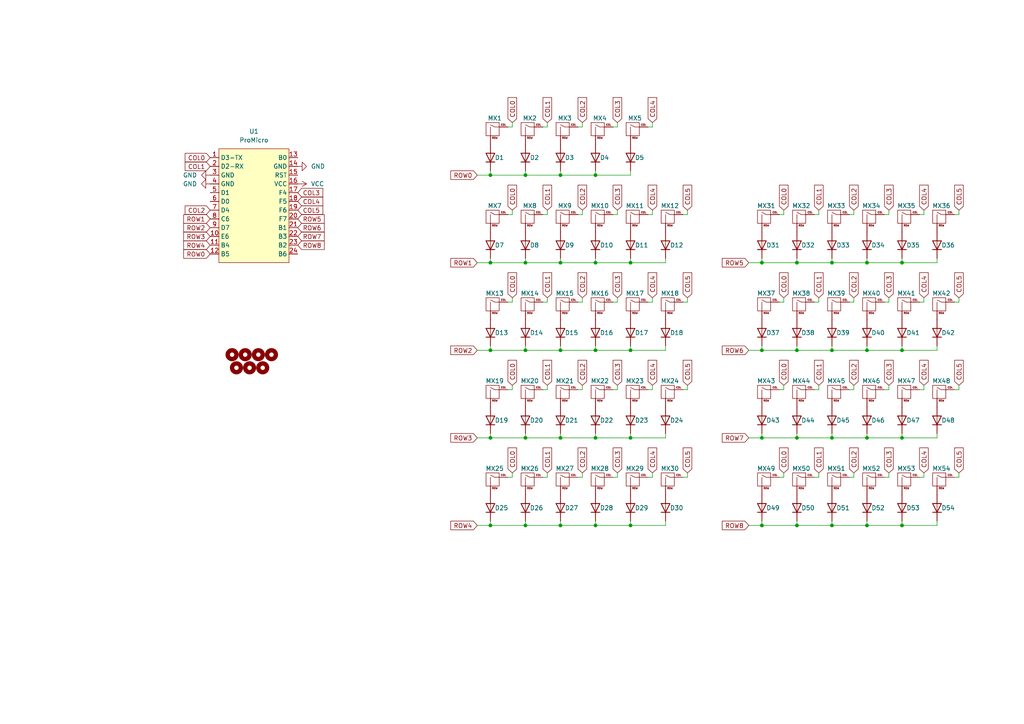
<source format=kicad_sch>
(kicad_sch (version 20230121) (generator eeschema)
  (paper "A4")
  (junction (at 220.98 127))
  (junction (at 162.56 76.2))
  (junction (at 241.3 127))
  (junction (at 182.88 101.6))
  (junction (at 172.72 101.6))
  (junction (at 251.46 101.6))
  (junction (at 231.14 127))
  (junction (at 152.4 101.6))
  (junction (at 220.98 76.2))
  (junction (at 142.24 50.8))
  (junction (at 261.62 152.4))
  (junction (at 162.56 50.8))
  (junction (at 241.3 152.4))
  (junction (at 152.4 76.2))
  (junction (at 142.24 152.4))
  (junction (at 231.14 152.4))
  (junction (at 172.72 76.2))
  (junction (at 251.46 76.2))
  (junction (at 182.88 76.2))
  (junction (at 162.56 101.6))
  (junction (at 231.14 76.2))
  (junction (at 261.62 127))
  (junction (at 261.62 101.6))
  (junction (at 241.3 101.6))
  (junction (at 231.14 101.6))
  (junction (at 152.4 127))
  (junction (at 172.72 50.8))
  (junction (at 220.98 152.4))
  (junction (at 142.24 127))
  (junction (at 251.46 127))
  (junction (at 142.24 76.2))
  (junction (at 162.56 152.4))
  (junction (at 220.98 101.6))
  (junction (at 152.4 50.8))
  (junction (at 172.72 127))
  (junction (at 182.88 152.4))
  (junction (at 251.46 152.4))
  (junction (at 261.62 76.2))
  (junction (at 172.72 152.4))
  (junction (at 162.56 127))
  (junction (at 142.24 101.6))
  (junction (at 241.3 76.2))
  (junction (at 152.4 152.4))
  (junction (at 182.88 127))
  (wire (pts (xy 148.59 86.36) (xy 148.59 87.63)))
  (wire (pts (xy 236.22 113.03) (xy 237.49 113.03)))
  (wire (pts (xy 231.14 101.6) (xy 241.3 101.6)))
  (wire (pts (xy 267.97 137.16) (xy 267.97 138.43)))
  (wire (pts (xy 271.78 152.4) (xy 271.78 151.13)))
  (wire (pts (xy 217.17 152.4) (xy 220.98 152.4)))
  (wire (pts (xy 158.75 60.96) (xy 158.75 62.23)))
  (wire (pts (xy 241.3 152.4) (xy 241.3 151.13)))
  (wire (pts (xy 257.81 86.36) (xy 257.81 87.63)))
  (wire (pts (xy 198.12 87.63) (xy 199.39 87.63)))
  (wire (pts (xy 198.12 138.43) (xy 199.39 138.43)))
  (wire (pts (xy 231.14 127) (xy 231.14 125.73)))
  (wire (pts (xy 182.88 50.8) (xy 182.88 49.53)))
  (wire (pts (xy 152.4 152.4) (xy 162.56 152.4)))
  (wire (pts (xy 193.04 127) (xy 193.04 125.73)))
  (wire (pts (xy 241.3 76.2) (xy 241.3 74.93)))
  (wire (pts (xy 182.88 76.2) (xy 193.04 76.2)))
  (wire (pts (xy 138.43 101.6) (xy 142.24 101.6)))
  (wire (pts (xy 189.23 86.36) (xy 189.23 87.63)))
  (wire (pts (xy 168.91 86.36) (xy 168.91 87.63)))
  (wire (pts (xy 220.98 152.4) (xy 220.98 151.13)))
  (wire (pts (xy 266.7 87.63) (xy 267.97 87.63)))
  (wire (pts (xy 247.65 60.96) (xy 247.65 62.23)))
  (wire (pts (xy 177.8 62.23) (xy 179.07 62.23)))
  (wire (pts (xy 177.8 138.43) (xy 179.07 138.43)))
  (wire (pts (xy 158.75 137.16) (xy 158.75 138.43)))
  (wire (pts (xy 187.96 138.43) (xy 189.23 138.43)))
  (wire (pts (xy 199.39 111.76) (xy 199.39 113.03)))
  (wire (pts (xy 231.14 152.4) (xy 231.14 151.13)))
  (wire (pts (xy 261.62 101.6) (xy 261.62 100.33)))
  (wire (pts (xy 167.64 113.03) (xy 168.91 113.03)))
  (wire (pts (xy 231.14 101.6) (xy 231.14 100.33)))
  (wire (pts (xy 152.4 76.2) (xy 162.56 76.2)))
  (wire (pts (xy 142.24 101.6) (xy 152.4 101.6)))
  (wire (pts (xy 217.17 101.6) (xy 220.98 101.6)))
  (wire (pts (xy 247.65 137.16) (xy 247.65 138.43)))
  (wire (pts (xy 148.59 60.96) (xy 148.59 62.23)))
  (wire (pts (xy 172.72 76.2) (xy 182.88 76.2)))
  (wire (pts (xy 177.8 113.03) (xy 179.07 113.03)))
  (wire (pts (xy 251.46 127) (xy 251.46 125.73)))
  (wire (pts (xy 246.38 87.63) (xy 247.65 87.63)))
  (wire (pts (xy 182.88 101.6) (xy 182.88 100.33)))
  (wire (pts (xy 157.48 36.83) (xy 158.75 36.83)))
  (wire (pts (xy 220.98 101.6) (xy 231.14 101.6)))
  (wire (pts (xy 226.06 113.03) (xy 227.33 113.03)))
  (wire (pts (xy 147.32 87.63) (xy 148.59 87.63)))
  (wire (pts (xy 187.96 113.03) (xy 189.23 113.03)))
  (wire (pts (xy 162.56 101.6) (xy 172.72 101.6)))
  (wire (pts (xy 158.75 35.56) (xy 158.75 36.83)))
  (wire (pts (xy 148.59 111.76) (xy 148.59 113.03)))
  (wire (pts (xy 267.97 60.96) (xy 267.97 62.23)))
  (wire (pts (xy 193.04 152.4) (xy 193.04 151.13)))
  (wire (pts (xy 152.4 101.6) (xy 152.4 100.33)))
  (wire (pts (xy 167.64 87.63) (xy 168.91 87.63)))
  (wire (pts (xy 162.56 76.2) (xy 162.56 74.93)))
  (wire (pts (xy 168.91 111.76) (xy 168.91 113.03)))
  (wire (pts (xy 189.23 111.76) (xy 189.23 113.03)))
  (wire (pts (xy 147.32 138.43) (xy 148.59 138.43)))
  (wire (pts (xy 276.86 87.63) (xy 278.13 87.63)))
  (wire (pts (xy 261.62 127) (xy 261.62 125.73)))
  (wire (pts (xy 182.88 76.2) (xy 182.88 74.93)))
  (wire (pts (xy 247.65 111.76) (xy 247.65 113.03)))
  (wire (pts (xy 142.24 127) (xy 152.4 127)))
  (wire (pts (xy 172.72 50.8) (xy 182.88 50.8)))
  (wire (pts (xy 167.64 62.23) (xy 168.91 62.23)))
  (wire (pts (xy 220.98 76.2) (xy 220.98 74.93)))
  (wire (pts (xy 226.06 138.43) (xy 227.33 138.43)))
  (wire (pts (xy 237.49 60.96) (xy 237.49 62.23)))
  (wire (pts (xy 162.56 152.4) (xy 162.56 151.13)))
  (wire (pts (xy 152.4 101.6) (xy 162.56 101.6)))
  (wire (pts (xy 226.06 87.63) (xy 227.33 87.63)))
  (wire (pts (xy 227.33 86.36) (xy 227.33 87.63)))
  (wire (pts (xy 187.96 36.83) (xy 189.23 36.83)))
  (wire (pts (xy 217.17 127) (xy 220.98 127)))
  (wire (pts (xy 227.33 60.96) (xy 227.33 62.23)))
  (wire (pts (xy 152.4 50.8) (xy 162.56 50.8)))
  (wire (pts (xy 220.98 127) (xy 220.98 125.73)))
  (wire (pts (xy 147.32 113.03) (xy 148.59 113.03)))
  (wire (pts (xy 177.8 87.63) (xy 179.07 87.63)))
  (wire (pts (xy 261.62 101.6) (xy 271.78 101.6)))
  (wire (pts (xy 247.65 86.36) (xy 247.65 87.63)))
  (wire (pts (xy 179.07 137.16) (xy 179.07 138.43)))
  (wire (pts (xy 138.43 50.8) (xy 142.24 50.8)))
  (wire (pts (xy 276.86 62.23) (xy 278.13 62.23)))
  (wire (pts (xy 158.75 86.36) (xy 158.75 87.63)))
  (wire (pts (xy 241.3 152.4) (xy 251.46 152.4)))
  (wire (pts (xy 162.56 152.4) (xy 172.72 152.4)))
  (wire (pts (xy 152.4 152.4) (xy 152.4 151.13)))
  (wire (pts (xy 271.78 101.6) (xy 271.78 100.33)))
  (wire (pts (xy 246.38 138.43) (xy 247.65 138.43)))
  (wire (pts (xy 227.33 137.16) (xy 227.33 138.43)))
  (wire (pts (xy 241.3 76.2) (xy 251.46 76.2)))
  (wire (pts (xy 271.78 127) (xy 271.78 125.73)))
  (wire (pts (xy 220.98 101.6) (xy 220.98 100.33)))
  (wire (pts (xy 162.56 127) (xy 172.72 127)))
  (wire (pts (xy 162.56 76.2) (xy 172.72 76.2)))
  (wire (pts (xy 142.24 50.8) (xy 142.24 49.53)))
  (wire (pts (xy 142.24 101.6) (xy 142.24 100.33)))
  (wire (pts (xy 231.14 76.2) (xy 241.3 76.2)))
  (wire (pts (xy 142.24 127) (xy 142.24 125.73)))
  (wire (pts (xy 236.22 62.23) (xy 237.49 62.23)))
  (wire (pts (xy 199.39 60.96) (xy 199.39 62.23)))
  (wire (pts (xy 246.38 62.23) (xy 247.65 62.23)))
  (wire (pts (xy 278.13 60.96) (xy 278.13 62.23)))
  (wire (pts (xy 261.62 152.4) (xy 261.62 151.13)))
  (wire (pts (xy 142.24 152.4) (xy 142.24 151.13)))
  (wire (pts (xy 256.54 87.63) (xy 257.81 87.63)))
  (wire (pts (xy 147.32 62.23) (xy 148.59 62.23)))
  (wire (pts (xy 172.72 50.8) (xy 172.72 49.53)))
  (wire (pts (xy 162.56 127) (xy 162.56 125.73)))
  (wire (pts (xy 241.3 127) (xy 241.3 125.73)))
  (wire (pts (xy 138.43 76.2) (xy 142.24 76.2)))
  (wire (pts (xy 162.56 101.6) (xy 162.56 100.33)))
  (wire (pts (xy 172.72 127) (xy 182.88 127)))
  (wire (pts (xy 257.81 60.96) (xy 257.81 62.23)))
  (wire (pts (xy 157.48 87.63) (xy 158.75 87.63)))
  (wire (pts (xy 158.75 111.76) (xy 158.75 113.03)))
  (wire (pts (xy 138.43 152.4) (xy 142.24 152.4)))
  (wire (pts (xy 266.7 62.23) (xy 267.97 62.23)))
  (wire (pts (xy 182.88 101.6) (xy 193.04 101.6)))
  (wire (pts (xy 251.46 76.2) (xy 251.46 74.93)))
  (wire (pts (xy 168.91 137.16) (xy 168.91 138.43)))
  (wire (pts (xy 278.13 86.36) (xy 278.13 87.63)))
  (wire (pts (xy 138.43 127) (xy 142.24 127)))
  (wire (pts (xy 251.46 76.2) (xy 261.62 76.2)))
  (wire (pts (xy 193.04 101.6) (xy 193.04 100.33)))
  (wire (pts (xy 266.7 138.43) (xy 267.97 138.43)))
  (wire (pts (xy 179.07 111.76) (xy 179.07 113.03)))
  (wire (pts (xy 172.72 152.4) (xy 172.72 151.13)))
  (wire (pts (xy 256.54 62.23) (xy 257.81 62.23)))
  (wire (pts (xy 266.7 113.03) (xy 267.97 113.03)))
  (wire (pts (xy 172.72 76.2) (xy 172.72 74.93)))
  (wire (pts (xy 193.04 76.2) (xy 193.04 74.93)))
  (wire (pts (xy 257.81 111.76) (xy 257.81 113.03)))
  (wire (pts (xy 142.24 152.4) (xy 152.4 152.4)))
  (wire (pts (xy 187.96 87.63) (xy 189.23 87.63)))
  (wire (pts (xy 142.24 76.2) (xy 142.24 74.93)))
  (wire (pts (xy 261.62 152.4) (xy 271.78 152.4)))
  (wire (pts (xy 199.39 86.36) (xy 199.39 87.63)))
  (wire (pts (xy 168.91 60.96) (xy 168.91 62.23)))
  (wire (pts (xy 172.72 127) (xy 172.72 125.73)))
  (wire (pts (xy 251.46 152.4) (xy 251.46 151.13)))
  (wire (pts (xy 257.81 137.16) (xy 257.81 138.43)))
  (wire (pts (xy 251.46 101.6) (xy 261.62 101.6)))
  (wire (pts (xy 237.49 111.76) (xy 237.49 113.03)))
  (wire (pts (xy 157.48 62.23) (xy 158.75 62.23)))
  (wire (pts (xy 142.24 76.2) (xy 152.4 76.2)))
  (wire (pts (xy 147.32 36.83) (xy 148.59 36.83)))
  (wire (pts (xy 157.48 138.43) (xy 158.75 138.43)))
  (wire (pts (xy 256.54 138.43) (xy 257.81 138.43)))
  (wire (pts (xy 276.86 113.03) (xy 278.13 113.03)))
  (wire (pts (xy 267.97 111.76) (xy 267.97 113.03)))
  (wire (pts (xy 179.07 86.36) (xy 179.07 87.63)))
  (wire (pts (xy 152.4 76.2) (xy 152.4 74.93)))
  (wire (pts (xy 198.12 62.23) (xy 199.39 62.23)))
  (wire (pts (xy 167.64 36.83) (xy 168.91 36.83)))
  (wire (pts (xy 278.13 111.76) (xy 278.13 113.03)))
  (wire (pts (xy 177.8 36.83) (xy 179.07 36.83)))
  (wire (pts (xy 198.12 113.03) (xy 199.39 113.03)))
  (wire (pts (xy 226.06 62.23) (xy 227.33 62.23)))
  (wire (pts (xy 227.33 111.76) (xy 227.33 113.03)))
  (wire (pts (xy 236.22 138.43) (xy 237.49 138.43)))
  (wire (pts (xy 182.88 152.4) (xy 193.04 152.4)))
  (wire (pts (xy 231.14 152.4) (xy 241.3 152.4)))
  (wire (pts (xy 220.98 76.2) (xy 231.14 76.2)))
  (wire (pts (xy 231.14 127) (xy 241.3 127)))
  (wire (pts (xy 237.49 86.36) (xy 237.49 87.63)))
  (wire (pts (xy 267.97 86.36) (xy 267.97 87.63)))
  (wire (pts (xy 220.98 152.4) (xy 231.14 152.4)))
  (wire (pts (xy 251.46 152.4) (xy 261.62 152.4)))
  (wire (pts (xy 152.4 127) (xy 162.56 127)))
  (wire (pts (xy 261.62 127) (xy 271.78 127)))
  (wire (pts (xy 220.98 127) (xy 231.14 127)))
  (wire (pts (xy 182.88 127) (xy 182.88 125.73)))
  (wire (pts (xy 189.23 137.16) (xy 189.23 138.43)))
  (wire (pts (xy 172.72 101.6) (xy 172.72 100.33)))
  (wire (pts (xy 152.4 127) (xy 152.4 125.73)))
  (wire (pts (xy 241.3 101.6) (xy 241.3 100.33)))
  (wire (pts (xy 148.59 35.56) (xy 148.59 36.83)))
  (wire (pts (xy 231.14 76.2) (xy 231.14 74.93)))
  (wire (pts (xy 179.07 35.56) (xy 179.07 36.83)))
  (wire (pts (xy 261.62 76.2) (xy 271.78 76.2)))
  (wire (pts (xy 162.56 50.8) (xy 162.56 49.53)))
  (wire (pts (xy 182.88 127) (xy 193.04 127)))
  (wire (pts (xy 142.24 50.8) (xy 152.4 50.8)))
  (wire (pts (xy 157.48 113.03) (xy 158.75 113.03)))
  (wire (pts (xy 261.62 76.2) (xy 261.62 74.93)))
  (wire (pts (xy 271.78 76.2) (xy 271.78 74.93)))
  (wire (pts (xy 172.72 152.4) (xy 182.88 152.4)))
  (wire (pts (xy 168.91 35.56) (xy 168.91 36.83)))
  (wire (pts (xy 278.13 137.16) (xy 278.13 138.43)))
  (wire (pts (xy 199.39 137.16) (xy 199.39 138.43)))
  (wire (pts (xy 236.22 87.63) (xy 237.49 87.63)))
  (wire (pts (xy 179.07 60.96) (xy 179.07 62.23)))
  (wire (pts (xy 241.3 127) (xy 251.46 127)))
  (wire (pts (xy 276.86 138.43) (xy 278.13 138.43)))
  (wire (pts (xy 237.49 137.16) (xy 237.49 138.43)))
  (wire (pts (xy 189.23 60.96) (xy 189.23 62.23)))
  (wire (pts (xy 187.96 62.23) (xy 189.23 62.23)))
  (wire (pts (xy 251.46 127) (xy 261.62 127)))
  (wire (pts (xy 167.64 138.43) (xy 168.91 138.43)))
  (wire (pts (xy 152.4 50.8) (xy 152.4 49.53)))
  (wire (pts (xy 246.38 113.03) (xy 247.65 113.03)))
  (wire (pts (xy 162.56 50.8) (xy 172.72 50.8)))
  (wire (pts (xy 148.59 137.16) (xy 148.59 138.43)))
  (wire (pts (xy 189.23 35.56) (xy 189.23 36.83)))
  (wire (pts (xy 241.3 101.6) (xy 251.46 101.6)))
  (wire (pts (xy 251.46 101.6) (xy 251.46 100.33)))
  (wire (pts (xy 172.72 101.6) (xy 182.88 101.6)))
  (wire (pts (xy 217.17 76.2) (xy 220.98 76.2)))
  (wire (pts (xy 182.88 152.4) (xy 182.88 151.13)))
  (wire (pts (xy 256.54 113.03) (xy 257.81 113.03)))
  (global_label "COL4" (shape input) (at 267.97 137.16 90) (property "Intersheetrefs" "${INTERSHEET_REFS}" (effects hide)))
  (global_label "ROW5" (shape input) (at 86.36 63.5 0) (property "Intersheetrefs" "${INTERSHEET_REFS}" (effects hide)))
  (global_label "COL0" (shape input) (at 227.33 86.36 90) (property "Intersheetrefs" "${INTERSHEET_REFS}" (effects hide)))
  (global_label "COL3" (shape input) (at 179.07 86.36 90) (property "Intersheetrefs" "${INTERSHEET_REFS}" (effects hide)))
  (global_label "COL5" (shape input) (at 199.39 137.16 90) (property "Intersheetrefs" "${INTERSHEET_REFS}" (effects hide)))
  (global_label "COL0" (shape input) (at 227.33 60.96 90) (property "Intersheetrefs" "${INTERSHEET_REFS}" (effects hide)))
  (global_label "ROW2" (shape input) (at 138.43 101.6 180) (property "Intersheetrefs" "${INTERSHEET_REFS}" (effects hide)))
  (global_label "COL3" (shape input) (at 86.36 55.88 0) (property "Intersheetrefs" "${INTERSHEET_REFS}" (effects hide)))
  (global_label "ROW3" (shape input) (at 138.43 127 180) (property "Intersheetrefs" "${INTERSHEET_REFS}" (effects hide)))
  (global_label "ROW1" (shape input) (at 138.43 76.2 180) (property "Intersheetrefs" "${INTERSHEET_REFS}" (effects hide)))
  (global_label "COL5" (shape input) (at 278.13 60.96 90) (property "Intersheetrefs" "${INTERSHEET_REFS}" (effects hide)))
  (global_label "ROW7" (shape input) (at 86.36 68.58 0) (property "Intersheetrefs" "${INTERSHEET_REFS}" (effects hide)))
  (global_label "COL5" (shape input) (at 278.13 137.16 90) (property "Intersheetrefs" "${INTERSHEET_REFS}" (effects hide)))
  (global_label "COL5" (shape input) (at 199.39 60.96 90) (property "Intersheetrefs" "${INTERSHEET_REFS}" (effects hide)))
  (global_label "ROW3" (shape input) (at 60.96 68.58 180) (property "Intersheetrefs" "${INTERSHEET_REFS}" (effects hide)))
  (global_label "COL0" (shape input) (at 148.59 111.76 90) (property "Intersheetrefs" "${INTERSHEET_REFS}" (effects hide)))
  (global_label "COL1" (shape input) (at 237.49 111.76 90) (property "Intersheetrefs" "${INTERSHEET_REFS}" (effects hide)))
  (global_label "COL3" (shape input) (at 257.81 111.76 90) (property "Intersheetrefs" "${INTERSHEET_REFS}" (effects hide)))
  (global_label "COL1" (shape input) (at 158.75 137.16 90) (property "Intersheetrefs" "${INTERSHEET_REFS}" (effects hide)))
  (global_label "COL4" (shape input) (at 189.23 137.16 90) (property "Intersheetrefs" "${INTERSHEET_REFS}" (effects hide)))
  (global_label "COL2" (shape input) (at 168.91 137.16 90) (property "Intersheetrefs" "${INTERSHEET_REFS}" (effects hide)))
  (global_label "COL2" (shape input) (at 168.91 35.56 90) (property "Intersheetrefs" "${INTERSHEET_REFS}" (effects hide)))
  (global_label "COL4" (shape input) (at 86.36 58.42 0) (property "Intersheetrefs" "${INTERSHEET_REFS}" (effects hide)))
  (global_label "COL2" (shape input) (at 168.91 111.76 90) (property "Intersheetrefs" "${INTERSHEET_REFS}" (effects hide)))
  (global_label "COL2" (shape input) (at 168.91 86.36 90) (property "Intersheetrefs" "${INTERSHEET_REFS}" (effects hide)))
  (global_label "COL4" (shape input) (at 189.23 60.96 90) (property "Intersheetrefs" "${INTERSHEET_REFS}" (effects hide)))
  (global_label "COL1" (shape input) (at 237.49 86.36 90) (property "Intersheetrefs" "${INTERSHEET_REFS}" (effects hide)))
  (global_label "COL0" (shape input) (at 227.33 111.76 90) (property "Intersheetrefs" "${INTERSHEET_REFS}" (effects hide)))
  (global_label "COL0" (shape input) (at 227.33 137.16 90) (property "Intersheetrefs" "${INTERSHEET_REFS}" (effects hide)))
  (global_label "COL4" (shape input) (at 189.23 35.56 90) (property "Intersheetrefs" "${INTERSHEET_REFS}" (effects hide)))
  (global_label "ROW4" (shape input) (at 138.43 152.4 180) (property "Intersheetrefs" "${INTERSHEET_REFS}" (effects hide)))
  (global_label "COL0" (shape input) (at 148.59 137.16 90) (property "Intersheetrefs" "${INTERSHEET_REFS}" (effects hide)))
  (global_label "COL5" (shape input) (at 199.39 111.76 90) (property "Intersheetrefs" "${INTERSHEET_REFS}" (effects hide)))
  (global_label "ROW2" (shape input) (at 60.96 66.04 180) (property "Intersheetrefs" "${INTERSHEET_REFS}" (effects hide)))
  (global_label "COL1" (shape input) (at 237.49 60.96 90) (property "Intersheetrefs" "${INTERSHEET_REFS}" (effects hide)))
  (global_label "COL2" (shape input) (at 60.96 60.96 180) (property "Intersheetrefs" "${INTERSHEET_REFS}" (effects hide)))
  (global_label "ROW8" (shape input) (at 217.17 152.4 180) (property "Intersheetrefs" "${INTERSHEET_REFS}" (effects hide)))
  (global_label "COL3" (shape input) (at 257.81 60.96 90) (property "Intersheetrefs" "${INTERSHEET_REFS}" (effects hide)))
  (global_label "COL4" (shape input) (at 189.23 86.36 90) (property "Intersheetrefs" "${INTERSHEET_REFS}" (effects hide)))
  (global_label "COL1" (shape input) (at 158.75 60.96 90) (property "Intersheetrefs" "${INTERSHEET_REFS}" (effects hide)))
  (global_label "COL5" (shape input) (at 278.13 86.36 90) (property "Intersheetrefs" "${INTERSHEET_REFS}" (effects hide)))
  (global_label "COL1" (shape input) (at 158.75 111.76 90) (property "Intersheetrefs" "${INTERSHEET_REFS}" (effects hide)))
  (global_label "COL3" (shape input) (at 257.81 86.36 90) (property "Intersheetrefs" "${INTERSHEET_REFS}" (effects hide)))
  (global_label "COL0" (shape input) (at 148.59 86.36 90) (property "Intersheetrefs" "${INTERSHEET_REFS}" (effects hide)))
  (global_label "COL3" (shape input) (at 179.07 111.76 90) (property "Intersheetrefs" "${INTERSHEET_REFS}" (effects hide)))
  (global_label "ROW6" (shape input) (at 86.36 66.04 0) (property "Intersheetrefs" "${INTERSHEET_REFS}" (effects hide)))
  (global_label "COL2" (shape input) (at 168.91 60.96 90) (property "Intersheetrefs" "${INTERSHEET_REFS}" (effects hide)))
  (global_label "COL0" (shape input) (at 60.96 45.72 180) (property "Intersheetrefs" "${INTERSHEET_REFS}" (effects hide)))
  (global_label "ROW6" (shape input) (at 217.17 101.6 180) (property "Intersheetrefs" "${INTERSHEET_REFS}" (effects hide)))
  (global_label "COL0" (shape input) (at 148.59 35.56 90) (property "Intersheetrefs" "${INTERSHEET_REFS}" (effects hide)))
  (global_label "COL1" (shape input) (at 158.75 86.36 90) (property "Intersheetrefs" "${INTERSHEET_REFS}" (effects hide)))
  (global_label "COL1" (shape input) (at 237.49 137.16 90) (property "Intersheetrefs" "${INTERSHEET_REFS}" (effects hide)))
  (global_label "COL2" (shape input) (at 247.65 111.76 90) (property "Intersheetrefs" "${INTERSHEET_REFS}" (effects hide)))
  (global_label "COL1" (shape input) (at 60.96 48.26 180) (property "Intersheetrefs" "${INTERSHEET_REFS}" (effects hide)))
  (global_label "ROW1" (shape input) (at 60.96 63.5 180) (property "Intersheetrefs" "${INTERSHEET_REFS}" (effects hide)))
  (global_label "COL2" (shape input) (at 247.65 137.16 90) (property "Intersheetrefs" "${INTERSHEET_REFS}" (effects hide)))
  (global_label "COL3" (shape input) (at 179.07 137.16 90) (property "Intersheetrefs" "${INTERSHEET_REFS}" (effects hide)))
  (global_label "COL4" (shape input) (at 189.23 111.76 90) (property "Intersheetrefs" "${INTERSHEET_REFS}" (effects hide)))
  (global_label "ROW0" (shape input) (at 60.96 73.66 180) (property "Intersheetrefs" "${INTERSHEET_REFS}" (effects hide)))
  (global_label "COL2" (shape input) (at 247.65 60.96 90) (property "Intersheetrefs" "${INTERSHEET_REFS}" (effects hide)))
  (global_label "COL5" (shape input) (at 278.13 111.76 90) (property "Intersheetrefs" "${INTERSHEET_REFS}" (effects hide)))
  (global_label "ROW0" (shape input) (at 138.43 50.8 180) (property "Intersheetrefs" "${INTERSHEET_REFS}" (effects hide)))
  (global_label "ROW4" (shape input) (at 60.96 71.12 180) (property "Intersheetrefs" "${INTERSHEET_REFS}" (effects hide)))
  (global_label "COL2" (shape input) (at 247.65 86.36 90) (property "Intersheetrefs" "${INTERSHEET_REFS}" (effects hide)))
  (global_label "COL3" (shape input) (at 179.07 35.56 90) (property "Intersheetrefs" "${INTERSHEET_REFS}" (effects hide)))
  (global_label "ROW5" (shape input) (at 217.17 76.2 180) (property "Intersheetrefs" "${INTERSHEET_REFS}" (effects hide)))
  (global_label "COL1" (shape input) (at 158.75 35.56 90) (property "Intersheetrefs" "${INTERSHEET_REFS}" (effects hide)))
  (global_label "COL3" (shape input) (at 257.81 137.16 90) (property "Intersheetrefs" "${INTERSHEET_REFS}" (effects hide)))
  (global_label "ROW7" (shape input) (at 217.17 127 180) (property "Intersheetrefs" "${INTERSHEET_REFS}" (effects hide)))
  (global_label "ROW8" (shape input) (at 86.36 71.12 0) (property "Intersheetrefs" "${INTERSHEET_REFS}" (effects hide)))
  (global_label "COL4" (shape input) (at 267.97 111.76 90) (property "Intersheetrefs" "${INTERSHEET_REFS}" (effects hide)))
  (global_label "COL5" (shape input) (at 199.39 86.36 90) (property "Intersheetrefs" "${INTERSHEET_REFS}" (effects hide)))
  (global_label "COL4" (shape input) (at 267.97 86.36 90) (property "Intersheetrefs" "${INTERSHEET_REFS}" (effects hide)))
  (global_label "COL0" (shape input) (at 148.59 60.96 90) (property "Intersheetrefs" "${INTERSHEET_REFS}" (effects hide)))
  (global_label "COL3" (shape input) (at 179.07 60.96 90) (property "Intersheetrefs" "${INTERSHEET_REFS}" (effects hide)))
  (global_label "COL4" (shape input) (at 267.97 60.96 90) (property "Intersheetrefs" "${INTERSHEET_REFS}" (effects hide)))
  (global_label "COL5" (shape input) (at 86.36 60.96 0) (property "Intersheetrefs" "${INTERSHEET_REFS}" (effects hide)))
  (symbol (lib_id "Diode:1N4148") (at 271.78 121.92 90) (unit 1)
    (property "Reference" "D48" (at 273.05 121.92 90) (effects (justify right)))
    (property "Value" "1N4148" (effects hide))
    (property "Footprint" "Diode_THT:D_DO-35_SOD27_P7.62mm_Horizontal" (effects hide))
    (property "Datasheet" "https://assets.nexperia.com/documents/data-sheet/1N4148_1N4448.pdf" (effects hide))
    (property "Sim.Device" "D" (effects hide))
    (property "Sim.Pins" "1=K 2=A" (effects hide))
  )
  (symbol (lib_id "PCM_0xcb:MX") (at 252.73 138.43 0) (unit 1)
    (property "Reference" "MX52" (at 252.73 135.89 0))
    (property "Value" "MX" (effects hide))
    (property "Footprint" "_mx:MX-Alps-Hybrid-1U" (effects hide))
  )
  (symbol (lib_id "Diode:1N4148") (at 142.24 96.52 90) (unit 1)
    (property "Reference" "D13" (at 143.51 96.52 90) (effects (justify right)))
    (property "Value" "1N4148" (effects hide))
    (property "Footprint" "Diode_THT:D_DO-35_SOD27_P7.62mm_Horizontal" (effects hide))
    (property "Datasheet" "https://assets.nexperia.com/documents/data-sheet/1N4148_1N4448.pdf" (effects hide))
    (property "Sim.Device" "D" (effects hide))
    (property "Sim.Pins" "1=K 2=A" (effects hide))
  )
  (symbol (lib_id "PCM_0xcb:MX") (at 163.83 36.83 0) (unit 1)
    (property "Reference" "MX3" (at 163.83 34.29 0))
    (property "Value" "MX" (effects hide))
    (property "Footprint" "_mx:MX-Alps-Hybrid-1U" (effects hide))
  )
  (symbol (lib_id "Diode:1N4148") (at 220.98 71.12 90) (unit 1)
    (property "Reference" "D31" (at 222.25 71.12 90) (effects (justify right)))
    (property "Value" "1N4148" (effects hide))
    (property "Footprint" "Diode_THT:D_DO-35_SOD27_P7.62mm_Horizontal" (effects hide))
    (property "Datasheet" "https://assets.nexperia.com/documents/data-sheet/1N4148_1N4448.pdf" (effects hide))
    (property "Sim.Device" "D" (effects hide))
    (property "Sim.Pins" "1=K 2=A" (effects hide))
  )
  (symbol (lib_id "PCM_0xcb:MX") (at 232.41 87.63 0) (unit 1)
    (property "Reference" "MX38" (at 232.41 85.09 0))
    (property "Value" "MX" (effects hide))
    (property "Footprint" "_mx:MX-Alps-Hybrid-1U" (effects hide))
  )
  (symbol (lib_id "Diode:1N4148") (at 193.04 121.92 90) (unit 1)
    (property "Reference" "D24" (at 194.31 121.92 90) (effects (justify right)))
    (property "Value" "1N4148" (effects hide))
    (property "Footprint" "Diode_THT:D_DO-35_SOD27_P7.62mm_Horizontal" (effects hide))
    (property "Datasheet" "https://assets.nexperia.com/documents/data-sheet/1N4148_1N4448.pdf" (effects hide))
    (property "Sim.Device" "D" (effects hide))
    (property "Sim.Pins" "1=K 2=A" (effects hide))
  )
  (symbol (lib_id "PCM_0xcb:MX") (at 173.99 36.83 0) (unit 1)
    (property "Reference" "MX4" (at 173.99 34.29 0))
    (property "Value" "MX" (effects hide))
    (property "Footprint" "_mx:MX-Alps-Hybrid-1U" (effects hide))
  )
  (symbol (lib_id "power:GND") (at 60.96 50.8 270) (unit 1)
    (property "Reference" "#PWR01" (effects hide))
    (property "Value" "GND" (at 57.15 50.8 90) (effects (justify right)))
  )
  (symbol (lib_id "Diode:1N4148") (at 172.72 121.92 90) (unit 1)
    (property "Reference" "D22" (at 173.99 121.92 90) (effects (justify right)))
    (property "Value" "1N4148" (effects hide))
    (property "Footprint" "Diode_THT:D_DO-35_SOD27_P7.62mm_Horizontal" (effects hide))
    (property "Datasheet" "https://assets.nexperia.com/documents/data-sheet/1N4148_1N4448.pdf" (effects hide))
    (property "Sim.Device" "D" (effects hide))
    (property "Sim.Pins" "1=K 2=A" (effects hide))
  )
  (symbol (lib_id "Diode:1N4148") (at 261.62 71.12 90) (unit 1)
    (property "Reference" "D35" (at 262.89 71.12 90) (effects (justify right)))
    (property "Value" "1N4148" (effects hide))
    (property "Footprint" "Diode_THT:D_DO-35_SOD27_P7.62mm_Horizontal" (effects hide))
    (property "Datasheet" "https://assets.nexperia.com/documents/data-sheet/1N4148_1N4448.pdf" (effects hide))
    (property "Sim.Device" "D" (effects hide))
    (property "Sim.Pins" "1=K 2=A" (effects hide))
  )
  (symbol (lib_id "Mechanical:MountingHole") (at 76.2 106.68 0) (unit 1)
    (property "Reference" "H7" (effects hide))
    (property "Value" "MountingHole" (effects hide))
    (property "Footprint" "MountingHole:MountingHole_2.2mm_M2" (effects hide))
  )
  (symbol (lib_id "PCM_0xcb:MX") (at 262.89 138.43 0) (unit 1)
    (property "Reference" "MX53" (at 262.89 135.89 0))
    (property "Value" "MX" (effects hide))
    (property "Footprint" "_mx:MX-Alps-Hybrid-1U" (effects hide))
  )
  (symbol (lib_id "Mechanical:MountingHole") (at 67.31 102.87 0) (unit 1)
    (property "Reference" "H1" (effects hide))
    (property "Value" "MountingHole" (effects hide))
    (property "Footprint" "MountingHole:MountingHole_2.2mm_M2" (effects hide))
  )
  (symbol (lib_id "Diode:1N4148") (at 152.4 96.52 90) (unit 1)
    (property "Reference" "D14" (at 153.67 96.52 90) (effects (justify right)))
    (property "Value" "1N4148" (effects hide))
    (property "Footprint" "Diode_THT:D_DO-35_SOD27_P7.62mm_Horizontal" (effects hide))
    (property "Datasheet" "https://assets.nexperia.com/documents/data-sheet/1N4148_1N4448.pdf" (effects hide))
    (property "Sim.Device" "D" (effects hide))
    (property "Sim.Pins" "1=K 2=A" (effects hide))
  )
  (symbol (lib_id "PCM_0xcb:MX") (at 242.57 138.43 0) (unit 1)
    (property "Reference" "MX51" (at 242.57 135.89 0))
    (property "Value" "MX" (effects hide))
    (property "Footprint" "_mx:MX-Alps-Hybrid-1U" (effects hide))
  )
  (symbol (lib_id "PCM_0xcb:MX") (at 143.51 62.23 0) (unit 1)
    (property "Reference" "MX7" (at 143.51 59.69 0))
    (property "Value" "MX" (effects hide))
    (property "Footprint" "_mx:MX-Alps-Hybrid-1U" (effects hide))
  )
  (symbol (lib_id "PCM_0xcb:MX") (at 163.83 113.03 0) (unit 1)
    (property "Reference" "MX21" (at 163.83 110.49 0))
    (property "Value" "MX" (effects hide))
    (property "Footprint" "_mx:MX-Alps-Hybrid-1U" (effects hide))
  )
  (symbol (lib_id "Mechanical:MountingHole") (at 74.93 102.87 0) (unit 1)
    (property "Reference" "H3" (effects hide))
    (property "Value" "MountingHole" (effects hide))
    (property "Footprint" "MountingHole:MountingHole_2.2mm_M2" (effects hide))
  )
  (symbol (lib_id "Diode:1N4148") (at 172.72 45.72 90) (unit 1)
    (property "Reference" "D4" (at 173.99 45.72 90) (effects (justify right)))
    (property "Value" "1N4148" (effects hide))
    (property "Footprint" "Diode_THT:D_DO-35_SOD27_P7.62mm_Horizontal" (effects hide))
    (property "Datasheet" "https://assets.nexperia.com/documents/data-sheet/1N4148_1N4448.pdf" (effects hide))
    (property "Sim.Device" "D" (effects hide))
    (property "Sim.Pins" "1=K 2=A" (effects hide))
  )
  (symbol (lib_id "Diode:1N4148") (at 193.04 96.52 90) (unit 1)
    (property "Reference" "D18" (at 194.31 96.52 90) (effects (justify right)))
    (property "Value" "1N4148" (effects hide))
    (property "Footprint" "Diode_THT:D_DO-35_SOD27_P7.62mm_Horizontal" (effects hide))
    (property "Datasheet" "https://assets.nexperia.com/documents/data-sheet/1N4148_1N4448.pdf" (effects hide))
    (property "Sim.Device" "D" (effects hide))
    (property "Sim.Pins" "1=K 2=A" (effects hide))
  )
  (symbol (lib_id "Diode:1N4148") (at 261.62 147.32 90) (unit 1)
    (property "Reference" "D53" (at 262.89 147.32 90) (effects (justify right)))
    (property "Value" "1N4148" (effects hide))
    (property "Footprint" "Diode_THT:D_DO-35_SOD27_P7.62mm_Horizontal" (effects hide))
    (property "Datasheet" "https://assets.nexperia.com/documents/data-sheet/1N4148_1N4448.pdf" (effects hide))
    (property "Sim.Device" "D" (effects hide))
    (property "Sim.Pins" "1=K 2=A" (effects hide))
  )
  (symbol (lib_id "PCM_0xcb:MX") (at 184.15 87.63 0) (unit 1)
    (property "Reference" "MX17" (at 184.15 85.09 0))
    (property "Value" "MX" (effects hide))
    (property "Footprint" "_mx:MX-Alps-Hybrid-1U" (effects hide))
  )
  (symbol (lib_id "Mechanical:MountingHole") (at 78.74 102.87 0) (unit 1)
    (property "Reference" "H4" (effects hide))
    (property "Value" "MountingHole" (effects hide))
    (property "Footprint" "MountingHole:MountingHole_2.2mm_M2" (effects hide))
  )
  (symbol (lib_id "PCM_0xcb:MX") (at 262.89 62.23 0) (unit 1)
    (property "Reference" "MX35" (at 262.89 59.69 0))
    (property "Value" "MX" (effects hide))
    (property "Footprint" "_mx:MX-Alps-Hybrid-1U" (effects hide))
  )
  (symbol (lib_id "Diode:1N4148") (at 182.88 45.72 90) (unit 1)
    (property "Reference" "D5" (at 184.15 45.72 90) (effects (justify right)))
    (property "Value" "1N4148" (effects hide))
    (property "Footprint" "Diode_THT:D_DO-35_SOD27_P7.62mm_Horizontal" (effects hide))
    (property "Datasheet" "https://assets.nexperia.com/documents/data-sheet/1N4148_1N4448.pdf" (effects hide))
    (property "Sim.Device" "D" (effects hide))
    (property "Sim.Pins" "1=K 2=A" (effects hide))
  )
  (symbol (lib_id "PCM_0xcb:MX") (at 163.83 62.23 0) (unit 1)
    (property "Reference" "MX9" (at 163.83 59.69 0))
    (property "Value" "MX" (effects hide))
    (property "Footprint" "_mx:MX-Alps-Hybrid-1U" (effects hide))
  )
  (symbol (lib_id "PCM_0xcb:MX") (at 232.41 62.23 0) (unit 1)
    (property "Reference" "MX32" (at 232.41 59.69 0))
    (property "Value" "MX" (effects hide))
    (property "Footprint" "_mx:MX-Alps-Hybrid-1U" (effects hide))
  )
  (symbol (lib_id "Diode:1N4148") (at 231.14 71.12 90) (unit 1)
    (property "Reference" "D32" (at 232.41 71.12 90) (effects (justify right)))
    (property "Value" "1N4148" (effects hide))
    (property "Footprint" "Diode_THT:D_DO-35_SOD27_P7.62mm_Horizontal" (effects hide))
    (property "Datasheet" "https://assets.nexperia.com/documents/data-sheet/1N4148_1N4448.pdf" (effects hide))
    (property "Sim.Device" "D" (effects hide))
    (property "Sim.Pins" "1=K 2=A" (effects hide))
  )
  (symbol (lib_id "PCM_0xcb:MX") (at 143.51 138.43 0) (unit 1)
    (property "Reference" "MX25" (at 143.51 135.89 0))
    (property "Value" "MX" (effects hide))
    (property "Footprint" "_mx:MX-Alps-Hybrid-1U" (effects hide))
  )
  (symbol (lib_id "PCM_0xcb:MX") (at 173.99 87.63 0) (unit 1)
    (property "Reference" "MX16" (at 173.99 85.09 0))
    (property "Value" "MX" (effects hide))
    (property "Footprint" "_mx:MX-Alps-Hybrid-1U" (effects hide))
  )
  (symbol (lib_id "Diode:1N4148") (at 251.46 147.32 90) (unit 1)
    (property "Reference" "D52" (at 252.73 147.32 90) (effects (justify right)))
    (property "Value" "1N4148" (effects hide))
    (property "Footprint" "Diode_THT:D_DO-35_SOD27_P7.62mm_Horizontal" (effects hide))
    (property "Datasheet" "https://assets.nexperia.com/documents/data-sheet/1N4148_1N4448.pdf" (effects hide))
    (property "Sim.Device" "D" (effects hide))
    (property "Sim.Pins" "1=K 2=A" (effects hide))
  )
  (symbol (lib_id "Diode:1N4148") (at 271.78 147.32 90) (unit 1)
    (property "Reference" "D54" (at 273.05 147.32 90) (effects (justify right)))
    (property "Value" "1N4148" (effects hide))
    (property "Footprint" "Diode_THT:D_DO-35_SOD27_P7.62mm_Horizontal" (effects hide))
    (property "Datasheet" "https://assets.nexperia.com/documents/data-sheet/1N4148_1N4448.pdf" (effects hide))
    (property "Sim.Device" "D" (effects hide))
    (property "Sim.Pins" "1=K 2=A" (effects hide))
  )
  (symbol (lib_id "PCM_0xcb:MX") (at 153.67 36.83 0) (unit 1)
    (property "Reference" "MX2" (at 153.67 34.29 0))
    (property "Value" "MX" (effects hide))
    (property "Footprint" "_mx:MX-Alps-Hybrid-1U" (effects hide))
  )
  (symbol (lib_id "Diode:1N4148") (at 220.98 96.52 90) (unit 1)
    (property "Reference" "D37" (at 222.25 96.52 90) (effects (justify right)))
    (property "Value" "1N4148" (effects hide))
    (property "Footprint" "Diode_THT:D_DO-35_SOD27_P7.62mm_Horizontal" (effects hide))
    (property "Datasheet" "https://assets.nexperia.com/documents/data-sheet/1N4148_1N4448.pdf" (effects hide))
    (property "Sim.Device" "D" (effects hide))
    (property "Sim.Pins" "1=K 2=A" (effects hide))
  )
  (symbol (lib_id "PCM_0xcb:MX") (at 143.51 87.63 0) (unit 1)
    (property "Reference" "MX13" (at 143.51 85.09 0))
    (property "Value" "MX" (effects hide))
    (property "Footprint" "_mx:MX-Alps-Hybrid-1U" (effects hide))
  )
  (symbol (lib_id "Diode:1N4148") (at 152.4 45.72 90) (unit 1)
    (property "Reference" "D2" (at 153.67 45.72 90) (effects (justify right)))
    (property "Value" "1N4148" (effects hide))
    (property "Footprint" "Diode_THT:D_DO-35_SOD27_P7.62mm_Horizontal" (effects hide))
    (property "Datasheet" "https://assets.nexperia.com/documents/data-sheet/1N4148_1N4448.pdf" (effects hide))
    (property "Sim.Device" "D" (effects hide))
    (property "Sim.Pins" "1=K 2=A" (effects hide))
  )
  (symbol (lib_id "PCM_0xcb:MX") (at 194.31 113.03 0) (unit 1)
    (property "Reference" "MX24" (at 194.31 110.49 0))
    (property "Value" "MX" (effects hide))
    (property "Footprint" "_mx:MX-Alps-Hybrid-1U" (effects hide))
  )
  (symbol (lib_id "PCM_0xcb:MX") (at 194.31 87.63 0) (unit 1)
    (property "Reference" "MX18" (at 194.31 85.09 0))
    (property "Value" "MX" (effects hide))
    (property "Footprint" "_mx:MX-Alps-Hybrid-1U" (effects hide))
  )
  (symbol (lib_id "Diode:1N4148") (at 172.72 96.52 90) (unit 1)
    (property "Reference" "D16" (at 173.99 96.52 90) (effects (justify right)))
    (property "Value" "1N4148" (effects hide))
    (property "Footprint" "Diode_THT:D_DO-35_SOD27_P7.62mm_Horizontal" (effects hide))
    (property "Datasheet" "https://assets.nexperia.com/documents/data-sheet/1N4148_1N4448.pdf" (effects hide))
    (property "Sim.Device" "D" (effects hide))
    (property "Sim.Pins" "1=K 2=A" (effects hide))
  )
  (symbol (lib_id "PCM_0xcb:MX") (at 143.51 113.03 0) (unit 1)
    (property "Reference" "MX19" (at 143.51 110.49 0))
    (property "Value" "MX" (effects hide))
    (property "Footprint" "_mx:MX-Alps-Hybrid-1U" (effects hide))
  )
  (symbol (lib_id "Diode:1N4148") (at 182.88 71.12 90) (unit 1)
    (property "Reference" "D11" (at 184.15 71.12 90) (effects (justify right)))
    (property "Value" "1N4148" (effects hide))
    (property "Footprint" "Diode_THT:D_DO-35_SOD27_P7.62mm_Horizontal" (effects hide))
    (property "Datasheet" "https://assets.nexperia.com/documents/data-sheet/1N4148_1N4448.pdf" (effects hide))
    (property "Sim.Device" "D" (effects hide))
    (property "Sim.Pins" "1=K 2=A" (effects hide))
  )
  (symbol (lib_id "PCM_0xcb:MX") (at 273.05 138.43 0) (unit 1)
    (property "Reference" "MX54" (at 273.05 135.89 0))
    (property "Value" "MX" (effects hide))
    (property "Footprint" "_mx:MX-Alps-Hybrid-1U" (effects hide))
  )
  (symbol (lib_id "Diode:1N4148") (at 231.14 147.32 90) (unit 1)
    (property "Reference" "D50" (at 232.41 147.32 90) (effects (justify right)))
    (property "Value" "1N4148" (effects hide))
    (property "Footprint" "Diode_THT:D_DO-35_SOD27_P7.62mm_Horizontal" (effects hide))
    (property "Datasheet" "https://assets.nexperia.com/documents/data-sheet/1N4148_1N4448.pdf" (effects hide))
    (property "Sim.Device" "D" (effects hide))
    (property "Sim.Pins" "1=K 2=A" (effects hide))
  )
  (symbol (lib_id "Diode:1N4148") (at 251.46 121.92 90) (unit 1)
    (property "Reference" "D46" (at 252.73 121.92 90) (effects (justify right)))
    (property "Value" "1N4148" (effects hide))
    (property "Footprint" "Diode_THT:D_DO-35_SOD27_P7.62mm_Horizontal" (effects hide))
    (property "Datasheet" "https://assets.nexperia.com/documents/data-sheet/1N4148_1N4448.pdf" (effects hide))
    (property "Sim.Device" "D" (effects hide))
    (property "Sim.Pins" "1=K 2=A" (effects hide))
  )
  (symbol (lib_id "PCM_0xcb:MX") (at 163.83 87.63 0) (unit 1)
    (property "Reference" "MX15" (at 163.83 85.09 0))
    (property "Value" "MX" (effects hide))
    (property "Footprint" "_mx:MX-Alps-Hybrid-1U" (effects hide))
  )
  (symbol (lib_id "PCM_0xcb:MX") (at 273.05 113.03 0) (unit 1)
    (property "Reference" "MX48" (at 273.05 110.49 0))
    (property "Value" "MX" (effects hide))
    (property "Footprint" "_mx:MX-Alps-Hybrid-1U" (effects hide))
  )
  (symbol (lib_id "Diode:1N4148") (at 162.56 147.32 90) (unit 1)
    (property "Reference" "D27" (at 163.83 147.32 90) (effects (justify right)))
    (property "Value" "1N4148" (effects hide))
    (property "Footprint" "Diode_THT:D_DO-35_SOD27_P7.62mm_Horizontal" (effects hide))
    (property "Datasheet" "https://assets.nexperia.com/documents/data-sheet/1N4148_1N4448.pdf" (effects hide))
    (property "Sim.Device" "D" (effects hide))
    (property "Sim.Pins" "1=K 2=A" (effects hide))
  )
  (symbol (lib_id "Diode:1N4148") (at 251.46 96.52 90) (unit 1)
    (property "Reference" "D40" (at 252.73 96.52 90) (effects (justify right)))
    (property "Value" "1N4148" (effects hide))
    (property "Footprint" "Diode_THT:D_DO-35_SOD27_P7.62mm_Horizontal" (effects hide))
    (property "Datasheet" "https://assets.nexperia.com/documents/data-sheet/1N4148_1N4448.pdf" (effects hide))
    (property "Sim.Device" "D" (effects hide))
    (property "Sim.Pins" "1=K 2=A" (effects hide))
  )
  (symbol (lib_id "PCM_0xcb:MX") (at 273.05 62.23 0) (unit 1)
    (property "Reference" "MX36" (at 273.05 59.69 0))
    (property "Value" "MX" (effects hide))
    (property "Footprint" "_mx:MX-Alps-Hybrid-1U" (effects hide))
  )
  (symbol (lib_id "Diode:1N4148") (at 182.88 96.52 90) (unit 1)
    (property "Reference" "D17" (at 184.15 96.52 90) (effects (justify right)))
    (property "Value" "1N4148" (effects hide))
    (property "Footprint" "Diode_THT:D_DO-35_SOD27_P7.62mm_Horizontal" (effects hide))
    (property "Datasheet" "https://assets.nexperia.com/documents/data-sheet/1N4148_1N4448.pdf" (effects hide))
    (property "Sim.Device" "D" (effects hide))
    (property "Sim.Pins" "1=K 2=A" (effects hide))
  )
  (symbol (lib_id "PCM_0xcb:MX") (at 242.57 113.03 0) (unit 1)
    (property "Reference" "MX45" (at 242.57 110.49 0))
    (property "Value" "MX" (effects hide))
    (property "Footprint" "_mx:MX-Alps-Hybrid-1U" (effects hide))
  )
  (symbol (lib_id "Diode:1N4148") (at 231.14 96.52 90) (unit 1)
    (property "Reference" "D38" (at 232.41 96.52 90) (effects (justify right)))
    (property "Value" "1N4148" (effects hide))
    (property "Footprint" "Diode_THT:D_DO-35_SOD27_P7.62mm_Horizontal" (effects hide))
    (property "Datasheet" "https://assets.nexperia.com/documents/data-sheet/1N4148_1N4448.pdf" (effects hide))
    (property "Sim.Device" "D" (effects hide))
    (property "Sim.Pins" "1=K 2=A" (effects hide))
  )
  (symbol (lib_id "PCM_0xcb:MX") (at 232.41 138.43 0) (unit 1)
    (property "Reference" "MX50" (at 232.41 135.89 0))
    (property "Value" "MX" (effects hide))
    (property "Footprint" "_mx:MX-Alps-Hybrid-1U" (effects hide))
  )
  (symbol (lib_id "Mechanical:MountingHole") (at 72.39 106.68 0) (unit 1)
    (property "Reference" "H6" (effects hide))
    (property "Value" "MountingHole" (effects hide))
    (property "Footprint" "MountingHole:MountingHole_2.2mm_M2" (effects hide))
  )
  (symbol (lib_id "Diode:1N4148") (at 182.88 147.32 90) (unit 1)
    (property "Reference" "D29" (at 184.15 147.32 90) (effects (justify right)))
    (property "Value" "1N4148" (effects hide))
    (property "Footprint" "Diode_THT:D_DO-35_SOD27_P7.62mm_Horizontal" (effects hide))
    (property "Datasheet" "https://assets.nexperia.com/documents/data-sheet/1N4148_1N4448.pdf" (effects hide))
    (property "Sim.Device" "D" (effects hide))
    (property "Sim.Pins" "1=K 2=A" (effects hide))
  )
  (symbol (lib_id "power:GND") (at 60.96 53.34 270) (unit 1)
    (property "Reference" "#PWR02" (effects hide))
    (property "Value" "GND" (at 57.15 53.34 90) (effects (justify right)))
  )
  (symbol (lib_id "Diode:1N4148") (at 152.4 121.92 90) (unit 1)
    (property "Reference" "D20" (at 153.67 121.92 90) (effects (justify right)))
    (property "Value" "1N4148" (effects hide))
    (property "Footprint" "Diode_THT:D_DO-35_SOD27_P7.62mm_Horizontal" (effects hide))
    (property "Datasheet" "https://assets.nexperia.com/documents/data-sheet/1N4148_1N4448.pdf" (effects hide))
    (property "Sim.Device" "D" (effects hide))
    (property "Sim.Pins" "1=K 2=A" (effects hide))
  )
  (symbol (lib_id "PCM_0xcb:MX") (at 252.73 87.63 0) (unit 1)
    (property "Reference" "MX40" (at 252.73 85.09 0))
    (property "Value" "MX" (effects hide))
    (property "Footprint" "_mx:MX-Alps-Hybrid-1U" (effects hide))
  )
  (symbol (lib_id "PCM_0xcb:MX") (at 262.89 113.03 0) (unit 1)
    (property "Reference" "MX47" (at 262.89 110.49 0))
    (property "Value" "MX" (effects hide))
    (property "Footprint" "_mx:MX-Alps-Hybrid-1U" (effects hide))
  )
  (symbol (lib_id "Diode:1N4148") (at 142.24 45.72 90) (unit 1)
    (property "Reference" "D1" (at 143.51 45.72 90) (effects (justify right)))
    (property "Value" "1N4148" (effects hide))
    (property "Footprint" "Diode_THT:D_DO-35_SOD27_P7.62mm_Horizontal" (effects hide))
    (property "Datasheet" "https://assets.nexperia.com/documents/data-sheet/1N4148_1N4448.pdf" (effects hide))
    (property "Sim.Device" "D" (effects hide))
    (property "Sim.Pins" "1=K 2=A" (effects hide))
  )
  (symbol (lib_id "Diode:1N4148") (at 271.78 96.52 90) (unit 1)
    (property "Reference" "D42" (at 273.05 96.52 90) (effects (justify right)))
    (property "Value" "1N4148" (effects hide))
    (property "Footprint" "Diode_THT:D_DO-35_SOD27_P7.62mm_Horizontal" (effects hide))
    (property "Datasheet" "https://assets.nexperia.com/documents/data-sheet/1N4148_1N4448.pdf" (effects hide))
    (property "Sim.Device" "D" (effects hide))
    (property "Sim.Pins" "1=K 2=A" (effects hide))
  )
  (symbol (lib_id "Diode:1N4148") (at 241.3 96.52 90) (unit 1)
    (property "Reference" "D39" (at 242.57 96.52 90) (effects (justify right)))
    (property "Value" "1N4148" (effects hide))
    (property "Footprint" "Diode_THT:D_DO-35_SOD27_P7.62mm_Horizontal" (effects hide))
    (property "Datasheet" "https://assets.nexperia.com/documents/data-sheet/1N4148_1N4448.pdf" (effects hide))
    (property "Sim.Device" "D" (effects hide))
    (property "Sim.Pins" "1=K 2=A" (effects hide))
  )
  (symbol (lib_id "PCM_0xcb:MX") (at 143.51 36.83 0) (unit 1)
    (property "Reference" "MX1" (at 143.51 34.29 0))
    (property "Value" "MX" (effects hide))
    (property "Footprint" "_mx:MX-Alps-Hybrid-1U" (effects hide))
  )
  (symbol (lib_id "PCM_0xcb:MX") (at 252.73 62.23 0) (unit 1)
    (property "Reference" "MX34" (at 252.73 59.69 0))
    (property "Value" "MX" (effects hide))
    (property "Footprint" "_mx:MX-Alps-Hybrid-1U" (effects hide))
  )
  (symbol (lib_id "Diode:1N4148") (at 172.72 147.32 90) (unit 1)
    (property "Reference" "D28" (at 173.99 147.32 90) (effects (justify right)))
    (property "Value" "1N4148" (effects hide))
    (property "Footprint" "Diode_THT:D_DO-35_SOD27_P7.62mm_Horizontal" (effects hide))
    (property "Datasheet" "https://assets.nexperia.com/documents/data-sheet/1N4148_1N4448.pdf" (effects hide))
    (property "Sim.Device" "D" (effects hide))
    (property "Sim.Pins" "1=K 2=A" (effects hide))
  )
  (symbol (lib_id "PCM_0xcb:MX") (at 153.67 87.63 0) (unit 1)
    (property "Reference" "MX14" (at 153.67 85.09 0))
    (property "Value" "MX" (effects hide))
    (property "Footprint" "_mx:MX-Alps-Hybrid-1U" (effects hide))
  )
  (symbol (lib_id "power:VCC") (at 86.36 53.34 270) (unit 1)
    (property "Reference" "#PWR04" (effects hide))
    (property "Value" "VCC" (at 90.17 53.34 90) (effects (justify left)))
  )
  (symbol (lib_id "PCM_0xcb:MX") (at 194.31 62.23 0) (unit 1)
    (property "Reference" "MX12" (at 194.31 59.69 0))
    (property "Value" "MX" (effects hide))
    (property "Footprint" "_mx:MX-Alps-Hybrid-1U" (effects hide))
  )
  (symbol (lib_id "Diode:1N4148") (at 142.24 147.32 90) (unit 1)
    (property "Reference" "D25" (at 143.51 147.32 90) (effects (justify right)))
    (property "Value" "1N4148" (effects hide))
    (property "Footprint" "Diode_THT:D_DO-35_SOD27_P7.62mm_Horizontal" (effects hide))
    (property "Datasheet" "https://assets.nexperia.com/documents/data-sheet/1N4148_1N4448.pdf" (effects hide))
    (property "Sim.Device" "D" (effects hide))
    (property "Sim.Pins" "1=K 2=A" (effects hide))
  )
  (symbol (lib_id "Diode:1N4148") (at 241.3 147.32 90) (unit 1)
    (property "Reference" "D51" (at 242.57 147.32 90) (effects (justify right)))
    (property "Value" "1N4148" (effects hide))
    (property "Footprint" "Diode_THT:D_DO-35_SOD27_P7.62mm_Horizontal" (effects hide))
    (property "Datasheet" "https://assets.nexperia.com/documents/data-sheet/1N4148_1N4448.pdf" (effects hide))
    (property "Sim.Device" "D" (effects hide))
    (property "Sim.Pins" "1=K 2=A" (effects hide))
  )
  (symbol (lib_id "Diode:1N4148") (at 251.46 71.12 90) (unit 1)
    (property "Reference" "D34" (at 252.73 71.12 90) (effects (justify right)))
    (property "Value" "1N4148" (effects hide))
    (property "Footprint" "Diode_THT:D_DO-35_SOD27_P7.62mm_Horizontal" (effects hide))
    (property "Datasheet" "https://assets.nexperia.com/documents/data-sheet/1N4148_1N4448.pdf" (effects hide))
    (property "Sim.Device" "D" (effects hide))
    (property "Sim.Pins" "1=K 2=A" (effects hide))
  )
  (symbol (lib_id "Diode:1N4148") (at 261.62 121.92 90) (unit 1)
    (property "Reference" "D47" (at 262.89 121.92 90) (effects (justify right)))
    (property "Value" "1N4148" (effects hide))
    (property "Footprint" "Diode_THT:D_DO-35_SOD27_P7.62mm_Horizontal" (effects hide))
    (property "Datasheet" "https://assets.nexperia.com/documents/data-sheet/1N4148_1N4448.pdf" (effects hide))
    (property "Sim.Device" "D" (effects hide))
    (property "Sim.Pins" "1=K 2=A" (effects hide))
  )
  (symbol (lib_id "Diode:1N4148") (at 271.78 71.12 90) (unit 1)
    (property "Reference" "D36" (at 273.05 71.12 90) (effects (justify right)))
    (property "Value" "1N4148" (effects hide))
    (property "Footprint" "Diode_THT:D_DO-35_SOD27_P7.62mm_Horizontal" (effects hide))
    (property "Datasheet" "https://assets.nexperia.com/documents/data-sheet/1N4148_1N4448.pdf" (effects hide))
    (property "Sim.Device" "D" (effects hide))
    (property "Sim.Pins" "1=K 2=A" (effects hide))
  )
  (symbol (lib_id "PCM_0xcb:MX") (at 163.83 138.43 0) (unit 1)
    (property "Reference" "MX27" (at 163.83 135.89 0))
    (property "Value" "MX" (effects hide))
    (property "Footprint" "_mx:MX-Alps-Hybrid-1U" (effects hide))
  )
  (symbol (lib_id "PCM_0xcb:MX") (at 173.99 138.43 0) (unit 1)
    (property "Reference" "MX28" (at 173.99 135.89 0))
    (property "Value" "MX" (effects hide))
    (property "Footprint" "_mx:MX-Alps-Hybrid-1U" (effects hide))
  )
  (symbol (lib_id "PCM_0xcb:MX") (at 173.99 62.23 0) (unit 1)
    (property "Reference" "MX10" (at 173.99 59.69 0))
    (property "Value" "MX" (effects hide))
    (property "Footprint" "_mx:MX-Alps-Hybrid-1U" (effects hide))
  )
  (symbol (lib_id "PCM_marbastlib-promicroish:Arduino_ProMicro") (at 73.66 59.69 0) (unit 1) (in_bom no)
    (property "Reference" "U1" (at 73.66 38.1 0))
    (property "Value" "ProMicro" (at 73.66 40.64 0))
    (property "Footprint" "PCM_marbastlib-xp-promicroish:ProMicro_USBup" (effects hide))
  )
  (symbol (lib_id "Diode:1N4148") (at 261.62 96.52 90) (unit 1)
    (property "Reference" "D41" (at 262.89 96.52 90) (effects (justify right)))
    (property "Value" "1N4148" (effects hide))
    (property "Footprint" "Diode_THT:D_DO-35_SOD27_P7.62mm_Horizontal" (effects hide))
    (property "Datasheet" "https://assets.nexperia.com/documents/data-sheet/1N4148_1N4448.pdf" (effects hide))
    (property "Sim.Device" "D" (effects hide))
    (property "Sim.Pins" "1=K 2=A" (effects hide))
  )
  (symbol (lib_id "Diode:1N4148") (at 142.24 71.12 90) (unit 1)
    (property "Reference" "D7" (at 143.51 71.12 90) (effects (justify right)))
    (property "Value" "1N4148" (effects hide))
    (property "Footprint" "Diode_THT:D_DO-35_SOD27_P7.62mm_Horizontal" (effects hide))
    (property "Datasheet" "https://assets.nexperia.com/documents/data-sheet/1N4148_1N4448.pdf" (effects hide))
    (property "Sim.Device" "D" (effects hide))
    (property "Sim.Pins" "1=K 2=A" (effects hide))
  )
  (symbol (lib_id "PCM_0xcb:MX") (at 153.67 62.23 0) (unit 1)
    (property "Reference" "MX8" (at 153.67 59.69 0))
    (property "Value" "MX" (effects hide))
    (property "Footprint" "_mx:MX-Alps-Hybrid-1U" (effects hide))
  )
  (symbol (lib_id "Diode:1N4148") (at 152.4 71.12 90) (unit 1)
    (property "Reference" "D8" (at 153.67 71.12 90) (effects (justify right)))
    (property "Value" "1N4148" (effects hide))
    (property "Footprint" "Diode_THT:D_DO-35_SOD27_P7.62mm_Horizontal" (effects hide))
    (property "Datasheet" "https://assets.nexperia.com/documents/data-sheet/1N4148_1N4448.pdf" (effects hide))
    (property "Sim.Device" "D" (effects hide))
    (property "Sim.Pins" "1=K 2=A" (effects hide))
  )
  (symbol (lib_id "PCM_0xcb:MX") (at 153.67 138.43 0) (unit 1)
    (property "Reference" "MX26" (at 153.67 135.89 0))
    (property "Value" "MX" (effects hide))
    (property "Footprint" "_mx:MX-Alps-Hybrid-1U" (effects hide))
  )
  (symbol (lib_id "Diode:1N4148") (at 142.24 121.92 90) (unit 1)
    (property "Reference" "D19" (at 143.51 121.92 90) (effects (justify right)))
    (property "Value" "1N4148" (effects hide))
    (property "Footprint" "Diode_THT:D_DO-35_SOD27_P7.62mm_Horizontal" (effects hide))
    (property "Datasheet" "https://assets.nexperia.com/documents/data-sheet/1N4148_1N4448.pdf" (effects hide))
    (property "Sim.Device" "D" (effects hide))
    (property "Sim.Pins" "1=K 2=A" (effects hide))
  )
  (symbol (lib_id "PCM_0xcb:MX") (at 222.25 87.63 0) (unit 1)
    (property "Reference" "MX37" (at 222.25 85.09 0))
    (property "Value" "MX" (effects hide))
    (property "Footprint" "_mx:MX-Alps-Hybrid-1U" (effects hide))
  )
  (symbol (lib_id "PCM_0xcb:MX") (at 153.67 113.03 0) (unit 1)
    (property "Reference" "MX20" (at 153.67 110.49 0))
    (property "Value" "MX" (effects hide))
    (property "Footprint" "_mx:MX-Alps-Hybrid-1U" (effects hide))
  )
  (symbol (lib_id "PCM_0xcb:MX") (at 242.57 62.23 0) (unit 1)
    (property "Reference" "MX33" (at 242.57 59.69 0))
    (property "Value" "MX" (effects hide))
    (property "Footprint" "_mx:MX-Alps-Hybrid-1U" (effects hide))
  )
  (symbol (lib_id "PCM_0xcb:MX") (at 252.73 113.03 0) (unit 1)
    (property "Reference" "MX46" (at 252.73 110.49 0))
    (property "Value" "MX" (effects hide))
    (property "Footprint" "_mx:MX-Alps-Hybrid-1U" (effects hide))
  )
  (symbol (lib_id "Diode:1N4148") (at 220.98 147.32 90) (unit 1)
    (property "Reference" "D49" (at 222.25 147.32 90) (effects (justify right)))
    (property "Value" "1N4148" (effects hide))
    (property "Footprint" "Diode_THT:D_DO-35_SOD27_P7.62mm_Horizontal" (effects hide))
    (property "Datasheet" "https://assets.nexperia.com/documents/data-sheet/1N4148_1N4448.pdf" (effects hide))
    (property "Sim.Device" "D" (effects hide))
    (property "Sim.Pins" "1=K 2=A" (effects hide))
  )
  (symbol (lib_id "PCM_0xcb:MX") (at 184.15 36.83 0) (unit 1)
    (property "Reference" "MX5" (at 184.15 34.29 0))
    (property "Value" "MX" (effects hide))
    (property "Footprint" "_mx:MX-Alps-Hybrid-1U" (effects hide))
  )
  (symbol (lib_id "Diode:1N4148") (at 182.88 121.92 90) (unit 1)
    (property "Reference" "D23" (at 184.15 121.92 90) (effects (justify right)))
    (property "Value" "1N4148" (effects hide))
    (property "Footprint" "Diode_THT:D_DO-35_SOD27_P7.62mm_Horizontal" (effects hide))
    (property "Datasheet" "https://assets.nexperia.com/documents/data-sheet/1N4148_1N4448.pdf" (effects hide))
    (property "Sim.Device" "D" (effects hide))
    (property "Sim.Pins" "1=K 2=A" (effects hide))
  )
  (symbol (lib_id "PCM_0xcb:MX") (at 194.31 138.43 0) (unit 1)
    (property "Reference" "MX30" (at 194.31 135.89 0))
    (property "Value" "MX" (effects hide))
    (property "Footprint" "_mx:MX-Alps-Hybrid-1U" (effects hide))
  )
  (symbol (lib_id "Diode:1N4148") (at 220.98 121.92 90) (unit 1)
    (property "Reference" "D43" (at 222.25 121.92 90) (effects (justify right)))
    (property "Value" "1N4148" (effects hide))
    (property "Footprint" "Diode_THT:D_DO-35_SOD27_P7.62mm_Horizontal" (effects hide))
    (property "Datasheet" "https://assets.nexperia.com/documents/data-sheet/1N4148_1N4448.pdf" (effects hide))
    (property "Sim.Device" "D" (effects hide))
    (property "Sim.Pins" "1=K 2=A" (effects hide))
  )
  (symbol (lib_id "Diode:1N4148") (at 152.4 147.32 90) (unit 1)
    (property "Reference" "D26" (at 153.67 147.32 90) (effects (justify right)))
    (property "Value" "1N4148" (effects hide))
    (property "Footprint" "Diode_THT:D_DO-35_SOD27_P7.62mm_Horizontal" (effects hide))
    (property "Datasheet" "https://assets.nexperia.com/documents/data-sheet/1N4148_1N4448.pdf" (effects hide))
    (property "Sim.Device" "D" (effects hide))
    (property "Sim.Pins" "1=K 2=A" (effects hide))
  )
  (symbol (lib_id "Mechanical:MountingHole") (at 71.12 102.87 0) (unit 1)
    (property "Reference" "H2" (effects hide))
    (property "Value" "MountingHole" (effects hide))
    (property "Footprint" "MountingHole:MountingHole_2.2mm_M2" (effects hide))
  )
  (symbol (lib_id "Diode:1N4148") (at 162.56 45.72 90) (unit 1)
    (property "Reference" "D3" (at 163.83 45.72 90) (effects (justify right)))
    (property "Value" "1N4148" (effects hide))
    (property "Footprint" "Diode_THT:D_DO-35_SOD27_P7.62mm_Horizontal" (effects hide))
    (property "Datasheet" "https://assets.nexperia.com/documents/data-sheet/1N4148_1N4448.pdf" (effects hide))
    (property "Sim.Device" "D" (effects hide))
    (property "Sim.Pins" "1=K 2=A" (effects hide))
  )
  (symbol (lib_id "Diode:1N4148") (at 162.56 71.12 90) (unit 1)
    (property "Reference" "D9" (at 163.83 71.12 90) (effects (justify right)))
    (property "Value" "1N4148" (effects hide))
    (property "Footprint" "Diode_THT:D_DO-35_SOD27_P7.62mm_Horizontal" (effects hide))
    (property "Datasheet" "https://assets.nexperia.com/documents/data-sheet/1N4148_1N4448.pdf" (effects hide))
    (property "Sim.Device" "D" (effects hide))
    (property "Sim.Pins" "1=K 2=A" (effects hide))
  )
  (symbol (lib_id "Diode:1N4148") (at 193.04 71.12 90) (unit 1)
    (property "Reference" "D12" (at 194.31 71.12 90) (effects (justify right)))
    (property "Value" "1N4148" (effects hide))
    (property "Footprint" "Diode_THT:D_DO-35_SOD27_P7.62mm_Horizontal" (effects hide))
    (property "Datasheet" "https://assets.nexperia.com/documents/data-sheet/1N4148_1N4448.pdf" (effects hide))
    (property "Sim.Device" "D" (effects hide))
    (property "Sim.Pins" "1=K 2=A" (effects hide))
  )
  (symbol (lib_id "Diode:1N4148") (at 193.04 147.32 90) (unit 1)
    (property "Reference" "D30" (at 194.31 147.32 90) (effects (justify right)))
    (property "Value" "1N4148" (effects hide))
    (property "Footprint" "Diode_THT:D_DO-35_SOD27_P7.62mm_Horizontal" (effects hide))
    (property "Datasheet" "https://assets.nexperia.com/documents/data-sheet/1N4148_1N4448.pdf" (effects hide))
    (property "Sim.Device" "D" (effects hide))
    (property "Sim.Pins" "1=K 2=A" (effects hide))
  )
  (symbol (lib_id "PCM_0xcb:MX") (at 273.05 87.63 0) (unit 1)
    (property "Reference" "MX42" (at 273.05 85.09 0))
    (property "Value" "MX" (effects hide))
    (property "Footprint" "_mx:MX-Alps-Hybrid-1U" (effects hide))
  )
  (symbol (lib_id "power:GND") (at 86.36 48.26 90) (unit 1)
    (property "Reference" "#PWR03" (effects hide))
    (property "Value" "GND" (at 90.17 48.26 90) (effects (justify right)))
  )
  (symbol (lib_id "PCM_0xcb:MX") (at 262.89 87.63 0) (unit 1)
    (property "Reference" "MX41" (at 262.89 85.09 0))
    (property "Value" "MX" (effects hide))
    (property "Footprint" "_mx:MX-Alps-Hybrid-1U" (effects hide))
  )
  (symbol (lib_id "PCM_0xcb:MX") (at 173.99 113.03 0) (unit 1)
    (property "Reference" "MX22" (at 173.99 110.49 0))
    (property "Value" "MX" (effects hide))
    (property "Footprint" "_mx:MX-Alps-Hybrid-1U" (effects hide))
  )
  (symbol (lib_id "Diode:1N4148") (at 162.56 96.52 90) (unit 1)
    (property "Reference" "D15" (at 163.83 96.52 90) (effects (justify right)))
    (property "Value" "1N4148" (effects hide))
    (property "Footprint" "Diode_THT:D_DO-35_SOD27_P7.62mm_Horizontal" (effects hide))
    (property "Datasheet" "https://assets.nexperia.com/documents/data-sheet/1N4148_1N4448.pdf" (effects hide))
    (property "Sim.Device" "D" (effects hide))
    (property "Sim.Pins" "1=K 2=A" (effects hide))
  )
  (symbol (lib_id "PCM_0xcb:MX") (at 222.25 138.43 0) (unit 1)
    (property "Reference" "MX49" (at 222.25 135.89 0))
    (property "Value" "MX" (effects hide))
    (property "Footprint" "_mx:MX-Alps-Hybrid-1U" (effects hide))
  )
  (symbol (lib_id "PCM_0xcb:MX") (at 184.15 113.03 0) (unit 1)
    (property "Reference" "MX23" (at 184.15 110.49 0))
    (property "Value" "MX" (effects hide))
    (property "Footprint" "_mx:MX-Alps-Hybrid-1U" (effects hide))
  )
  (symbol (lib_id "PCM_0xcb:MX") (at 242.57 87.63 0) (unit 1)
    (property "Reference" "MX39" (at 242.57 85.09 0))
    (property "Value" "MX" (effects hide))
    (property "Footprint" "_mx:MX-Alps-Hybrid-1U" (effects hide))
  )
  (symbol (lib_id "Diode:1N4148") (at 231.14 121.92 90) (unit 1)
    (property "Reference" "D44" (at 232.41 121.92 90) (effects (justify right)))
    (property "Value" "1N4148" (effects hide))
    (property "Footprint" "Diode_THT:D_DO-35_SOD27_P7.62mm_Horizontal" (effects hide))
    (property "Datasheet" "https://assets.nexperia.com/documents/data-sheet/1N4148_1N4448.pdf" (effects hide))
    (property "Sim.Device" "D" (effects hide))
    (property "Sim.Pins" "1=K 2=A" (effects hide))
  )
  (symbol (lib_id "PCM_0xcb:MX") (at 222.25 113.03 0) (unit 1)
    (property "Reference" "MX43" (at 222.25 110.49 0))
    (property "Value" "MX" (effects hide))
    (property "Footprint" "_mx:MX-Alps-Hybrid-1U" (effects hide))
  )
  (symbol (lib_id "Diode:1N4148") (at 241.3 121.92 90) (unit 1)
    (property "Reference" "D45" (at 242.57 121.92 90) (effects (justify right)))
    (property "Value" "1N4148" (effects hide))
    (property "Footprint" "Diode_THT:D_DO-35_SOD27_P7.62mm_Horizontal" (effects hide))
    (property "Datasheet" "https://assets.nexperia.com/documents/data-sheet/1N4148_1N4448.pdf" (effects hide))
    (property "Sim.Device" "D" (effects hide))
    (property "Sim.Pins" "1=K 2=A" (effects hide))
  )
  (symbol (lib_id "PCM_0xcb:MX") (at 232.41 113.03 0) (unit 1)
    (property "Reference" "MX44" (at 232.41 110.49 0))
    (property "Value" "MX" (effects hide))
    (property "Footprint" "_mx:MX-Alps-Hybrid-1U" (effects hide))
  )
  (symbol (lib_id "Diode:1N4148") (at 162.56 121.92 90) (unit 1)
    (property "Reference" "D21" (at 163.83 121.92 90) (effects (justify right)))
    (property "Value" "1N4148" (effects hide))
    (property "Footprint" "Diode_THT:D_DO-35_SOD27_P7.62mm_Horizontal" (effects hide))
    (property "Datasheet" "https://assets.nexperia.com/documents/data-sheet/1N4148_1N4448.pdf" (effects hide))
    (property "Sim.Device" "D" (effects hide))
    (property "Sim.Pins" "1=K 2=A" (effects hide))
  )
  (symbol (lib_id "PCM_0xcb:MX") (at 222.25 62.23 0) (unit 1)
    (property "Reference" "MX31" (at 222.25 59.69 0))
    (property "Value" "MX" (effects hide))
    (property "Footprint" "_mx:MX-Alps-Hybrid-1U" (effects hide))
  )
  (symbol (lib_id "Mechanical:MountingHole") (at 68.58 106.68 0) (unit 1)
    (property "Reference" "H5" (effects hide))
    (property "Value" "MountingHole" (effects hide))
    (property "Footprint" "MountingHole:MountingHole_2.2mm_M2" (effects hide))
  )
  (symbol (lib_id "PCM_0xcb:MX") (at 184.15 138.43 0) (unit 1)
    (property "Reference" "MX29" (at 184.15 135.89 0))
    (property "Value" "MX" (effects hide))
    (property "Footprint" "_mx:MX-Alps-Hybrid-1U" (effects hide))
  )
  (symbol (lib_id "PCM_0xcb:MX") (at 184.15 62.23 0) (unit 1)
    (property "Reference" "MX11" (at 184.15 59.69 0))
    (property "Value" "MX" (effects hide))
    (property "Footprint" "_mx:MX-Alps-Hybrid-1U" (effects hide))
  )
  (symbol (lib_id "Diode:1N4148") (at 172.72 71.12 90) (unit 1)
    (property "Reference" "D10" (at 173.99 71.12 90) (effects (justify right)))
    (property "Value" "1N4148" (effects hide))
    (property "Footprint" "Diode_THT:D_DO-35_SOD27_P7.62mm_Horizontal" (effects hide))
    (property "Datasheet" "https://assets.nexperia.com/documents/data-sheet/1N4148_1N4448.pdf" (effects hide))
    (property "Sim.Device" "D" (effects hide))
    (property "Sim.Pins" "1=K 2=A" (effects hide))
  )
  (symbol (lib_id "Diode:1N4148") (at 241.3 71.12 90) (unit 1)
    (property "Reference" "D33" (at 242.57 71.12 90) (effects (justify right)))
    (property "Value" "1N4148" (effects hide))
    (property "Footprint" "Diode_THT:D_DO-35_SOD27_P7.62mm_Horizontal" (effects hide))
    (property "Datasheet" "https://assets.nexperia.com/documents/data-sheet/1N4148_1N4448.pdf" (effects hide))
    (property "Sim.Device" "D" (effects hide))
    (property "Sim.Pins" "1=K 2=A" (effects hide))
  )
)
</source>
